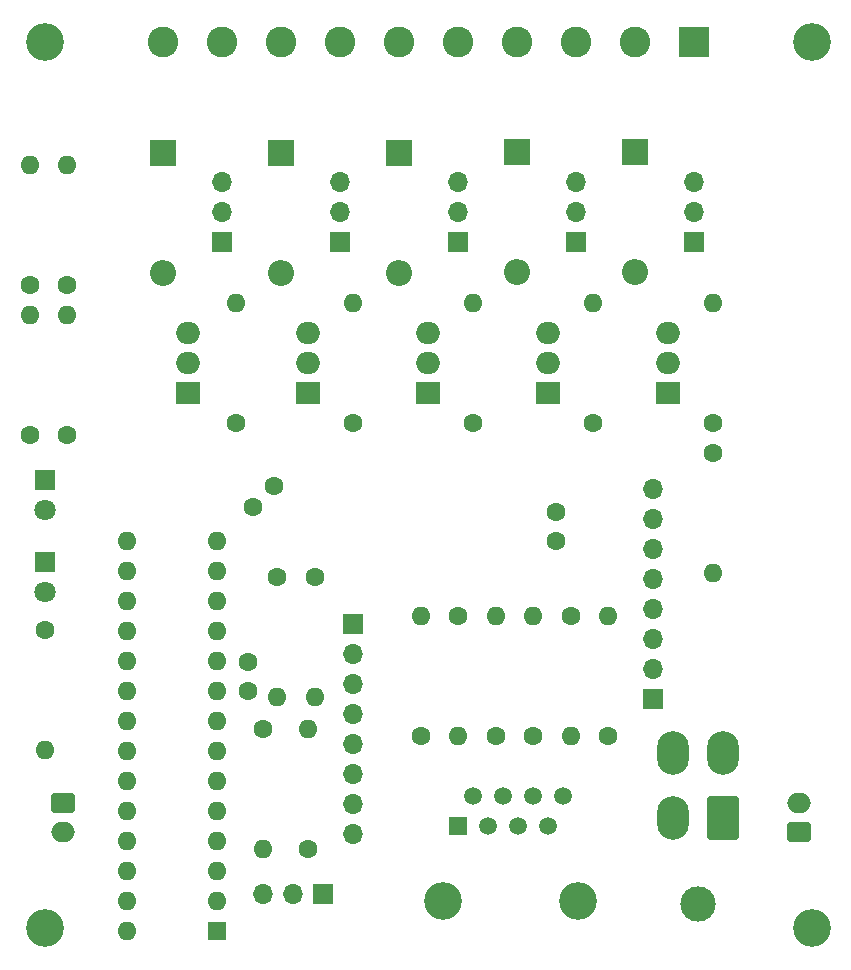
<source format=gbr>
%TF.GenerationSoftware,KiCad,Pcbnew,8.0.4*%
%TF.CreationDate,2024-12-06T03:31:41-06:00*%
%TF.ProjectId,left_hand,6c656674-5f68-4616-9e64-2e6b69636164,rev?*%
%TF.SameCoordinates,Original*%
%TF.FileFunction,Soldermask,Bot*%
%TF.FilePolarity,Negative*%
%FSLAX46Y46*%
G04 Gerber Fmt 4.6, Leading zero omitted, Abs format (unit mm)*
G04 Created by KiCad (PCBNEW 8.0.4) date 2024-12-06 03:31:41*
%MOMM*%
%LPD*%
G01*
G04 APERTURE LIST*
G04 Aperture macros list*
%AMRoundRect*
0 Rectangle with rounded corners*
0 $1 Rounding radius*
0 $2 $3 $4 $5 $6 $7 $8 $9 X,Y pos of 4 corners*
0 Add a 4 corners polygon primitive as box body*
4,1,4,$2,$3,$4,$5,$6,$7,$8,$9,$2,$3,0*
0 Add four circle primitives for the rounded corners*
1,1,$1+$1,$2,$3*
1,1,$1+$1,$4,$5*
1,1,$1+$1,$6,$7*
1,1,$1+$1,$8,$9*
0 Add four rect primitives between the rounded corners*
20,1,$1+$1,$2,$3,$4,$5,0*
20,1,$1+$1,$4,$5,$6,$7,0*
20,1,$1+$1,$6,$7,$8,$9,0*
20,1,$1+$1,$8,$9,$2,$3,0*%
G04 Aperture macros list end*
%ADD10R,1.700000X1.700000*%
%ADD11O,1.700000X1.700000*%
%ADD12R,2.000000X1.905000*%
%ADD13O,2.000000X1.905000*%
%ADD14C,1.600000*%
%ADD15O,1.600000X1.600000*%
%ADD16RoundRect,0.250000X-0.750000X0.600000X-0.750000X-0.600000X0.750000X-0.600000X0.750000X0.600000X0*%
%ADD17O,2.000000X1.700000*%
%ADD18R,2.200000X2.200000*%
%ADD19O,2.200000X2.200000*%
%ADD20C,3.000000*%
%ADD21RoundRect,0.250001X1.099999X1.599999X-1.099999X1.599999X-1.099999X-1.599999X1.099999X-1.599999X0*%
%ADD22O,2.700000X3.700000*%
%ADD23C,3.200000*%
%ADD24R,1.800000X1.800000*%
%ADD25C,1.800000*%
%ADD26R,2.600000X2.600000*%
%ADD27C,2.600000*%
%ADD28R,1.600000X1.600000*%
%ADD29R,1.500000X1.500000*%
%ADD30C,1.500000*%
%ADD31RoundRect,0.250000X0.750000X-0.600000X0.750000X0.600000X-0.750000X0.600000X-0.750000X-0.600000X0*%
G04 APERTURE END LIST*
D10*
%TO.C,M1*%
X135000000Y-78960000D03*
D11*
X135000000Y-76420000D03*
X135000000Y-73880000D03*
%TD*%
D12*
%TO.C,Q2*%
X142320000Y-91740000D03*
D13*
X142320000Y-89200000D03*
X142320000Y-86660000D03*
%TD*%
D10*
%TO.C,M3*%
X155000000Y-78960000D03*
D11*
X155000000Y-76420000D03*
X155000000Y-73880000D03*
%TD*%
D14*
%TO.C,R21*%
X151845000Y-120780000D03*
D15*
X151845000Y-110620000D03*
%TD*%
D16*
%TO.C,J4*%
X121560000Y-126385000D03*
D17*
X121560000Y-128885000D03*
%TD*%
D18*
%TO.C,D2*%
X140000000Y-71420000D03*
D19*
X140000000Y-81580000D03*
%TD*%
D14*
%TO.C,R5*%
X118745000Y-82550000D03*
D15*
X118745000Y-72390000D03*
%TD*%
D20*
%TO.C,J6*%
X175340000Y-134965000D03*
D21*
X177440000Y-127665000D03*
D22*
X173240000Y-127665000D03*
X177440000Y-122165000D03*
X173240000Y-122165000D03*
%TD*%
D14*
%TO.C,R16*%
X167720000Y-120780000D03*
D15*
X167720000Y-110620000D03*
%TD*%
D10*
%TO.C,M4*%
X165000000Y-78960000D03*
D11*
X165000000Y-76420000D03*
X165000000Y-73880000D03*
%TD*%
D14*
%TO.C,C1*%
X139393884Y-99576117D03*
X137626117Y-101343884D03*
%TD*%
%TO.C,R13*%
X121920000Y-95245000D03*
D15*
X121920000Y-85085000D03*
%TD*%
D14*
%TO.C,C2*%
X137240000Y-116950000D03*
X137240000Y-114450000D03*
%TD*%
%TO.C,R12*%
X118745000Y-95245000D03*
D15*
X118745000Y-85085000D03*
%TD*%
D10*
%TO.C,J1*%
X146130000Y-111255000D03*
D11*
X146130000Y-113795000D03*
X146130000Y-116335000D03*
X146130000Y-118875000D03*
X146130000Y-121415000D03*
X146130000Y-123955000D03*
X146130000Y-126495000D03*
X146130000Y-129035000D03*
%TD*%
D14*
%TO.C,R7*%
X156290000Y-94280000D03*
D15*
X156290000Y-84120000D03*
%TD*%
D18*
%TO.C,D4*%
X160000000Y-71260000D03*
D19*
X160000000Y-81420000D03*
%TD*%
D14*
%TO.C,C3*%
X163275000Y-104250000D03*
X163275000Y-101750000D03*
%TD*%
D23*
%TO.C,H4*%
X185000000Y-62000000D03*
%TD*%
D24*
%TO.C,D6*%
X120015000Y-99055000D03*
D25*
X120015000Y-101595000D03*
%TD*%
D24*
%TO.C,D7*%
X120015000Y-106040000D03*
D25*
X120015000Y-108580000D03*
%TD*%
D26*
%TO.C,J2*%
X175000000Y-62000000D03*
D27*
X170000000Y-62000000D03*
X165000000Y-62000000D03*
X160000000Y-62000000D03*
X155000000Y-62000000D03*
X150000000Y-62000000D03*
X145000000Y-62000000D03*
X140000000Y-62000000D03*
X135000000Y-62000000D03*
X130000000Y-62000000D03*
%TD*%
D10*
%TO.C,J8*%
X143575000Y-134115000D03*
D11*
X141035000Y-134115000D03*
X138495000Y-134115000D03*
%TD*%
D10*
%TO.C,J7*%
X171530000Y-117605000D03*
D11*
X171530000Y-115065000D03*
X171530000Y-112525000D03*
X171530000Y-109985000D03*
X171530000Y-107445000D03*
X171530000Y-104905000D03*
X171530000Y-102365000D03*
X171530000Y-99825000D03*
%TD*%
D14*
%TO.C,R4*%
X142875000Y-107315000D03*
D15*
X142875000Y-117475000D03*
%TD*%
D18*
%TO.C,D3*%
X150000000Y-71420000D03*
D19*
X150000000Y-81580000D03*
%TD*%
D12*
%TO.C,Q1*%
X132160000Y-91740000D03*
D13*
X132160000Y-89200000D03*
X132160000Y-86660000D03*
%TD*%
D12*
%TO.C,Q5*%
X172800000Y-91740000D03*
D13*
X172800000Y-89200000D03*
X172800000Y-86660000D03*
%TD*%
D28*
%TO.C,U1*%
X134620000Y-137290000D03*
D15*
X134620000Y-134750000D03*
X134620000Y-132210000D03*
X134620000Y-129670000D03*
X134620000Y-127130000D03*
X134620000Y-124590000D03*
X134620000Y-122050000D03*
X134620000Y-119510000D03*
X134620000Y-116970000D03*
X134620000Y-114430000D03*
X134620000Y-111890000D03*
X134620000Y-109350000D03*
X134620000Y-106810000D03*
X134620000Y-104270000D03*
X127000000Y-104270000D03*
X127000000Y-106810000D03*
X127000000Y-109350000D03*
X127000000Y-111890000D03*
X127000000Y-114430000D03*
X127000000Y-116970000D03*
X127000000Y-119510000D03*
X127000000Y-122050000D03*
X127000000Y-124590000D03*
X127000000Y-127130000D03*
X127000000Y-129670000D03*
X127000000Y-132210000D03*
X127000000Y-134750000D03*
X127000000Y-137290000D03*
%TD*%
D23*
%TO.C,H3*%
X185000000Y-137000000D03*
%TD*%
D14*
%TO.C,R10*%
X176610000Y-94280000D03*
D15*
X176610000Y-84120000D03*
%TD*%
D23*
%TO.C,H2*%
X120000000Y-137000000D03*
%TD*%
D14*
%TO.C,R18*%
X138510000Y-120145000D03*
D15*
X138510000Y-130305000D03*
%TD*%
D18*
%TO.C,D1*%
X130000000Y-71420000D03*
D19*
X130000000Y-81580000D03*
%TD*%
D14*
%TO.C,R8*%
X166450000Y-94280000D03*
D15*
X166450000Y-84120000D03*
%TD*%
D12*
%TO.C,Q4*%
X162640000Y-91740000D03*
D13*
X162640000Y-89200000D03*
X162640000Y-86660000D03*
%TD*%
D14*
%TO.C,R1*%
X136224000Y-94280000D03*
D15*
X136224000Y-84120000D03*
%TD*%
D14*
%TO.C,R15*%
X164545000Y-110620000D03*
D15*
X164545000Y-120780000D03*
%TD*%
D10*
%TO.C,M5*%
X175000000Y-78960000D03*
D11*
X175000000Y-76420000D03*
X175000000Y-73880000D03*
%TD*%
D14*
%TO.C,R3*%
X139700000Y-107315000D03*
D15*
X139700000Y-117475000D03*
%TD*%
D23*
%TO.C,H1*%
X120000000Y-62000000D03*
%TD*%
D14*
%TO.C,R11*%
X120015000Y-111760000D03*
D15*
X120015000Y-121920000D03*
%TD*%
D14*
%TO.C,R19*%
X158195000Y-120780000D03*
D15*
X158195000Y-110620000D03*
%TD*%
D10*
%TO.C,M2*%
X145000000Y-78960000D03*
D11*
X145000000Y-76420000D03*
X145000000Y-73880000D03*
%TD*%
D14*
%TO.C,R20*%
X155020000Y-110620000D03*
D15*
X155020000Y-120780000D03*
%TD*%
D14*
%TO.C,R9*%
X176618465Y-96789608D03*
D15*
X176618465Y-106949608D03*
%TD*%
D18*
%TO.C,D5*%
X170000000Y-71260000D03*
D19*
X170000000Y-81420000D03*
%TD*%
D14*
%TO.C,R14*%
X161370000Y-120780000D03*
D15*
X161370000Y-110620000D03*
%TD*%
D14*
%TO.C,R17*%
X142320000Y-130305000D03*
D15*
X142320000Y-120145000D03*
%TD*%
D12*
%TO.C,Q3*%
X152480000Y-91740000D03*
D13*
X152480000Y-89200000D03*
X152480000Y-86660000D03*
%TD*%
D23*
%TO.C,J5*%
X153750000Y-134750000D03*
X165180000Y-134750000D03*
D29*
X155020000Y-128400000D03*
D30*
X156290000Y-125860000D03*
X157560000Y-128400000D03*
X158830000Y-125860000D03*
X160100000Y-128400000D03*
X161370000Y-125860000D03*
X162640000Y-128400000D03*
X163910000Y-125860000D03*
%TD*%
D31*
%TO.C,J3*%
X183875000Y-128885000D03*
D17*
X183875000Y-126385000D03*
%TD*%
D14*
%TO.C,R2*%
X146130000Y-94280000D03*
D15*
X146130000Y-84120000D03*
%TD*%
D14*
%TO.C,R6*%
X121920000Y-82550000D03*
D15*
X121920000Y-72390000D03*
%TD*%
M02*

</source>
